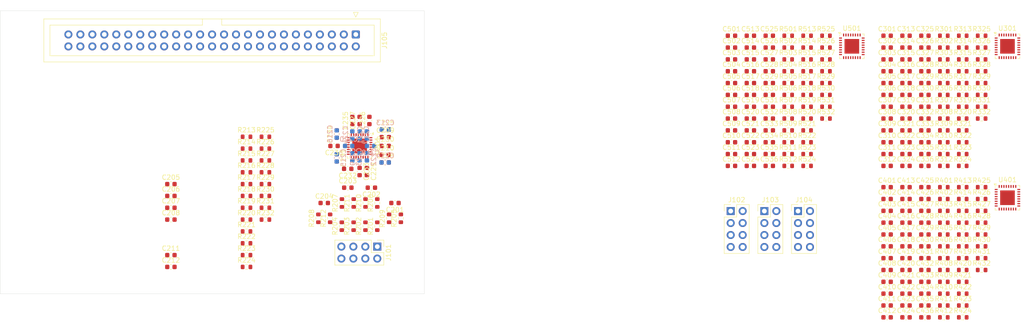
<source format=kicad_pcb>
(kicad_pcb (version 20241229) (generator "pcbnew") (generator_version "9.0")
  (layers (0 "F.Cu" signal) (2 "B.Cu" signal) (13 "F.Paste" user) (15 "B.Paste" user) (5 "F.SilkS" user "F.Silkscreen") (7 "B.SilkS" user "B.Silkscreen") (1 "F.Mask" user) (3 "B.Mask" user) (25 "Edge.Cuts" user))
  (net 0 "")
  (net 1 "Net-(C201-Pad1)")
  (net 2 "Net-(U201A-+)")
  (net 3 "Net-(U201B-+)")
  (net 4 "Net-(C202-Pad1)")
  (net 5 "Net-(U201C-+)")
  (net 6 "Net-(C203-Pad1)")
  (net 7 "Net-(U201D-+)")
  (net 8 "Net-(C204-Pad1)")
  (net 9 "GND")
  (net 10 "/Vref_0_7")
  (net 11 "+4V")
  (net 12 "-2V5")
  (net 13 "+2V5")
  (net 14 "Net-(U301A-+)")
  (net 15 "Net-(C301-Pad1)")
  (net 16 "Net-(C302-Pad1)")
  (net 17 "Net-(U301B-+)")
  (net 18 "Net-(U301C-+)")
  (net 19 "Net-(C303-Pad1)")
  (net 20 "Net-(U301D-+)")
  (net 21 "Net-(C304-Pad1)")
  (net 22 "Net-(U401A-+)")
  (net 23 "Net-(C401-Pad1)")
  (net 24 "Net-(C402-Pad1)")
  (net 25 "Net-(U401B-+)")
  (net 26 "Net-(C403-Pad1)")
  (net 27 "Net-(U401C-+)")
  (net 28 "Net-(U401D-+)")
  (net 29 "Net-(C404-Pad1)")
  (net 30 "/Vref_8_15")
  (net 31 "Net-(U501A-+)")
  (net 32 "Net-(C501-Pad1)")
  (net 33 "Net-(U501B-+)")
  (net 34 "Net-(C502-Pad1)")
  (net 35 "Net-(U501C-+)")
  (net 36 "Net-(C503-Pad1)")
  (net 37 "Net-(U501D-+)")
  (net 38 "Net-(C504-Pad1)")
  (net 39 "/D4_N")
  (net 40 "/D2_N")
  (net 41 "/D10_N")
  (net 42 "/D12_P")
  (net 43 "/D11_P")
  (net 44 "/D2_P")
  (net 45 "/D3_N")
  (net 46 "/D1_P")
  (net 47 "/D9_P")
  (net 48 "/D8_N")
  (net 49 "/D7_N")
  (net 50 "/D9_N")
  (net 51 "/D3_P")
  (net 52 "/D15_N")
  (net 53 "/D13_N")
  (net 54 "/D7_P")
  (net 55 "/D8_P")
  (net 56 "/D5_P")
  (net 57 "/D6_P")
  (net 58 "/D0_P")
  (net 59 "/D1_N")
  (net 60 "/D15_P")
  (net 61 "/D0_N")
  (net 62 "/D12_N")
  (net 63 "/D14_P")
  (net 64 "/D10_P")
  (net 65 "/D4_P")
  (net 66 "/D5_N")
  (net 67 "/D11_N")
  (net 68 "/D13_P")
  (net 69 "/D14_N")
  (net 70 "/D6_N")
  (net 71 "Net-(R201-Pad2)")
  (net 72 "/D0")
  (net 73 "Net-(R202-Pad2)")
  (net 74 "/D1")
  (net 75 "/D2")
  (net 76 "Net-(R203-Pad2)")
  (net 77 "/D3")
  (net 78 "Net-(R204-Pad2)")
  (net 79 "Net-(U201A-Q)")
  (net 80 "Net-(U201B-Q)")
  (net 81 "Net-(U201C-Q)")
  (net 82 "Net-(U201D-Q)")
  (net 83 "Net-(U201A-~{Q})")
  (net 84 "Net-(U201B-~{Q})")
  (net 85 "Net-(U201C-~{Q})")
  (net 86 "Net-(U201D-~{Q})")
  (net 87 "/D4")
  (net 88 "Net-(R301-Pad2)")
  (net 89 "Net-(R302-Pad2)")
  (net 90 "/D5")
  (net 91 "/D6")
  (net 92 "Net-(R303-Pad2)")
  (net 93 "Net-(R304-Pad2)")
  (net 94 "/D7")
  (net 95 "Net-(U301A-Q)")
  (net 96 "Net-(U301B-Q)")
  (net 97 "Net-(U301C-Q)")
  (net 98 "Net-(U301D-Q)")
  (net 99 "Net-(U301A-~{Q})")
  (net 100 "Net-(U301B-~{Q})")
  (net 101 "Net-(U301C-~{Q})")
  (net 102 "Net-(U301D-~{Q})")
  (net 103 "/D8")
  (net 104 "Net-(R401-Pad2)")
  (net 105 "/D9")
  (net 106 "Net-(R402-Pad2)")
  (net 107 "Net-(R403-Pad2)")
  (net 108 "/D10")
  (net 109 "Net-(R404-Pad2)")
  (net 110 "/D11")
  (net 111 "Net-(U401A-Q)")
  (net 112 "Net-(U401B-Q)")
  (net 113 "Net-(U401C-Q)")
  (net 114 "Net-(U401D-Q)")
  (net 115 "Net-(U401A-~{Q})")
  (net 116 "Net-(U401B-~{Q})")
  (net 117 "Net-(U401C-~{Q})")
  (net 118 "Net-(U401D-~{Q})")
  (net 119 "/D12")
  (net 120 "Net-(R501-Pad2)")
  (net 121 "Net-(R502-Pad2)")
  (net 122 "/D13")
  (net 123 "/D14")
  (net 124 "Net-(R503-Pad2)")
  (net 125 "Net-(R504-Pad2)")
  (net 126 "/D15")
  (net 127 "Net-(U501A-Q)")
  (net 128 "Net-(U501B-Q)")
  (net 129 "Net-(U501C-Q)")
  (net 130 "Net-(U501D-Q)")
  (net 131 "Net-(U501A-~{Q})")
  (net 132 "Net-(U501B-~{Q})")
  (net 133 "Net-(U501C-~{Q})")
  (net 134 "Net-(U501D-~{Q})")
  (footprint "Resistor_SMD:R_0603_1608Metric" (layer "F.Cu") (at 76.275 59.25)
    (property "Reference" "R230")
    (property "Value" "49R9")
  )
  (footprint "Capacitor_SMD:C_0603_1608Metric" (layer "F.Cu") (at 212.145 85)
    (property "Reference" "C424")
    (property "Value" "100n")
  )
  (footprint "Capacitor_SMD:C_0603_1608Metric" (layer "F.Cu") (at 216.155 32.8)
    (property "Reference" "C328")
    (property "Value" "10n")
  )
  (footprint "Capacitor_SMD:C_0603_1608Metric" (layer "F.Cu") (at 216.155 64.92)
    (property "Reference" "C428")
    (property "Value" "10n")
  )
  (footprint "Resistor_SMD:R_0603_1608Metric" (layer "F.Cu") (at 228.185 40.33)
    (property "Reference" "R331")
    (property "Value" "49R9")
  )
  (footprint "Resistor_SMD:R_0603_1608Metric" (layer "F.Cu") (at 220.165 37.82)
    (property "Reference" "R306")
    (property "Value" "497")
  )
  (footprint "Capacitor_SMD:C_0603_1608Metric" (layer "F.Cu") (at 216.155 47.86)
    (property "Reference" "C334")
    (property "Value" "10n")
  )
  (footprint "Capacitor_SMD:C_0603_1608Metric" (layer "F.Cu") (at 208.135 30.29)
    (property "Reference" "C303")
    (property "Value" "3.3p")
  )
  (footprint "Capacitor_SMD:C_0603_1608Metric" (layer "F.Cu") (at 101.675 52.15)
    (property "Reference" "C228")
    (property "Value" "10n")
  )
  (footprint "Resistor_SMD:R_0603_1608Metric" (layer "F.Cu") (at 228.185 64.92)
    (property "Reference" "R428")
    (property "Value" "49R9")
  )
  (footprint "Capacitor_SMD:C_0603_1608Metric" (layer "F.Cu") (at 208.135 32.8)
    (property "Reference" "C304")
    (property "Value" "3.3p")
  )
  (footprint "Resistor_SMD:R_0603_1608Metric" (layer "F.Cu") (at 72.265 66.78)
    (property "Reference" "R221")
    (property "Value" "10k")
  )
  (footprint "Resistor_SMD:R_0603_1608Metric" (layer "F.Cu") (at 220.165 32.8)
    (property "Reference" "R304")
    (property "Value" "300")
  )
  (footprint "Capacitor_SMD:C_0603_1608Metric" (layer "F.Cu") (at 212.145 42.84)
    (property "Reference" "C320")
    (property "Value" "100n")
  )
  (footprint "Resistor_SMD:R_0603_1608Metric" (layer "F.Cu") (at 224.175 25.27)
    (property "Reference" "R313")
    (property "Value" "10k")
  )
  (footprint "Resistor_SMD:R_0603_1608Metric" (layer "F.Cu") (at 76.275 46.7)
    (property "Reference" "R225")
    (property "Value" "49R9")
  )
  (footprint "Resistor_SMD:R_0603_1608Metric" (layer "F.Cu") (at 195.175 42.84)
    (property "Reference" "R532")
    (property "Value" "49R9")
  )
  (footprint "Resistor_SMD:R_0603_1608Metric" (layer "F.Cu") (at 220.165 67.43)
    (property "Reference" "R405")
    (property "Value" "497")
  )
  (footprint "Capacitor_SMD:C_0603_1608Metric" (layer "F.Cu") (at 183.145 47.86)
    (property "Reference" "C534")
    (property "Value" "10n")
  )
  (footprint "Resistor_SMD:R_0603_1608Metric" (layer "F.Cu") (at 228.185 35.31)
    (property "Reference" "R329")
    (property "Value" "49R9")
  )
  (footprint "Capacitor_SMD:C_0603_1608Metric" (layer "F.Cu") (at 183.145 30.29)
    (property "Reference" "C527")
    (property "Value" "10n")
  )
  (footprint "Resistor_SMD:R_0603_1608Metric" (layer "F.Cu") (at 87.5 64 90)
    (property "Reference" "R208")
    (property "Value" "497")
  )
  (footprint "Capacitor_SMD:C_0603_1608Metric" (layer "F.Cu") (at 212.145 45.35)
    (property "Reference" "C321")
    (property "Value" "100n")
  )
  (footprint "Capacitor_SMD:C_0603_1608Metric" (layer "F.Cu") (at 216.155 85)
    (property "Reference" "C436")
    (property "Value" "10n")
  )
  (footprint "Capacitor_SMD:C_0603_1608Metric" (layer "F.Cu") (at 90.825 48.65 180)
    (property "Reference" "C236")
    (property "Value" "10n")
  )
  (footprint "Capacitor_SMD:C_0603_1608Metric" (layer "F.Cu") (at 216.155 77.47)
    (property "Reference" "C433")
    (property "Value" "10n")
  )
  (footprint "Capacitor_SMD:C_0603_1608Metric" (layer "F.Cu") (at 56.225 71.8)
    (property "Reference" "C211")
    (property "Value" "10n")
  )
  (footprint "Resistor_SMD:R_0603_1608Metric" (layer "F.Cu") (at 220.165 52.88)
    (property "Reference" "R312")
    (property "Value" "90k8")
  )
  (footprint "Resistor_SMD:R_0603_1608Metric" (layer "F.Cu") (at 228.185 74.96)
    (property "Reference" "R432")
    (property "Value" "49R9")
  )
  (footprint "Resistor_SMD:R_0603_1608Metric" (layer "F.Cu") (at 224.175 52.88)
    (property "Reference" "R324")
    (property "Value" "10k")
  )
  (footprint "Capacitor_SMD:C_0603_1608Metric" (layer "F.Cu") (at 175.125 27.78)
    (property "Reference" "C502")
    (property "Value" "3.3p")
  )
  (footprint "Capacitor_SMD:C_0603_1608Metric" (layer "F.Cu") (at 212.145 64.92)
    (property "Reference" "C416")
    (property "Value" "100n")
  )
  (footprint "Connector_PinHeader_2.54mm:PinHeader_2x04_P2.54mm_Vertical" (layer "F.Cu") (at 182.1 62.46)
    (property "Reference" "J103")
    (property "Value" "Conn_02x04_Row_Letter_Last")
  )
  (footprint "Capacitor_SMD:C_0603_1608Metric" (layer "F.Cu") (at 208.135 25.27)
    (property "Reference" "C301")
    (property "Value" "3.3p")
  )
  (footprint "Resistor_SMD:R_0603_1608Metric" (layer "F.Cu") (at 72.265 64.27)
    (property "Reference" "R220")
    (property "Value" "10k")
  )
  (footprint "Capacitor_SMD:C_0603_1608Metric" (layer "F.Cu") (at 212.145 69.94)
    (property "Reference" "C418")
    (property "Value" "100n")
  )
  (footprint "Capacitor_SMD:C_0603_1608Metric" (layer "F.Cu") (at 208.135 77.47)
    (property "Reference" "C409")
    (property "Value" "10n")
  )
  (footprint "Resistor_SMD:R_0603_1608Metric" (layer "F.Cu") (at 228.185 57.39)
    (property "Reference" "R425")
    (property "Value" "49R9")
  )
  (footprint "Capacitor_SMD:C_0603_1608Metric" (layer "F.Cu") (at 212.145 35.31)
    (property "Reference" "C317")
    (property "Value" "100n")
  )
  (footprint "Capacitor_SMD:C_0603_1608Metric" (layer "F.Cu") (at 175.125 52.88)
    (property "Reference" "C512")
    (property "Value" "10n")
  )
  (footprint "Resistor_SMD:R_0603_1608Metric" (layer "F.Cu") (at 228.185 67.43)
    (property "Reference" "R429")
    (property "Value" "49R9")
  )
  (footprint "Capacitor_SMD:C_0603_1608Metric" (layer "F.Cu") (at 212.145 37.82)
    (property "Reference" "C318")
    (property "Value" "100n")
  )
  (footprint "Resistor_SMD:R_0603_1608Metric" (layer "F.Cu") (at 228.185 62.41)
    (property "Reference" "R427")
    (property "Value" "49R9")
  )
  (footprint "Capacitor_SMD:C_0603_1608Metric" (layer "F.Cu") (at 216.155 52.88)
    (property "Reference" "C336")
    (property "Value" "10n")
  )
  (footprint "Resistor_SMD:R_0603_1608Metric" (layer "F.Cu") (at 228.185 69.94)
    (property "Reference" "R430")
    (property "Value" "49R9")
  )
  (footprint "Capacitor_SMD:C_0603_1608Metric" (layer "F.Cu") (at 212.145 62.41)
    (property "Reference" "C415")
    (property "Value" "100n")
  )
  (footprint "Resistor_SMD:R_0603_1608Metric" (layer "F.Cu") (at 220.165 64.92)
    (property "Reference" "R404")
    (property "Value" "300")
  )
  (footprint "Resistor_SMD:R_0603_1608Metric" (layer "F.Cu") (at 220.165 45.35)
    (property "Reference" "R309")
    (property "Value" "90k8")
  )
  (footprint "Resistor_SMD:R_0603_1608Metric" (layer "F.Cu") (at 72.265 51.72)
    (property "Reference" "R215")
    (property "Value" "10k")
  )
  (footprint "Capacitor_SMD:C_0603_1608Metric" (layer "F.Cu") (at 56.225 56.74)
    (property "Reference" "C205")
    (property "Value" "27p")
  )
  (footprint "Resistor_SMD:R_0603_1608Metric" (layer "F.Cu") (at 224.175 59.9)
    (property "Reference" "R414")
    (property "Value" "10k")
  )
  (footprint "Resistor_SMD:R_0603_1608Metric" (layer "F.Cu") (at 224.175 85)
    (property "Reference" "R424")
    (property "Value" "10k")
  )
  (footprint "Capacitor_SMD:C_0603_1608Metric" (layer "F.Cu") (at 216.155 42.84)
    (property "Reference" "C332")
    (property "Value" "10n")
  )
  (footprint "Resistor_SMD:R_0603_1608Metric" (layer "F.Cu") (at 191.165 45.35)
    (property "Reference" "R521")
    (property "Value" "10k")
  )
  (footprint "Capacitor_SMD:C_0603_1608Metric" (layer "F.Cu") (at 183.145 37.82)
    (property "Reference" "C530")
    (property "Value" "10n")
  )
  (footprint "Capacitor_SMD:C_0603_1608Metric" (layer "F.Cu") (at 179.135 37.82)
    (property "Reference" "C518")
    (property "Value" "100n")
  )
  (footprint "Resistor_SMD:R_0603_1608Metric" (layer "F.Cu") (at 224.175 27.78)
    (property "Reference" "R314")
    (property "Value" "10k")
  )
  (footprint "Resistor_SMD:R_0603_1608Metric" (layer "F.Cu") (at 224.175 72.45)
    (property "Reference" "R419")
    (property "Value" "10k")
  )
  (footprint "Capacitor_SMD:C_0603_1608Metric" (layer "F.Cu") (at 208.135 69.94)
    (property "Reference" "C406")
    (property "Value" "27p")
  )
  (footprint "Capacitor_SMD:C_0603_1608Metric" (layer "F.Cu") (at 212.145 79.98)
    (property "Reference" "C422")
    (property "Value" "100n")
  )
  (footprint "Capacitor_SMD:C_0603_1608Metric" (layer "F.Cu") (at 175.125 40.33)
    (property "Reference" "C507")
    (property "Value" "27p")
  )
  (footprint "Resistor_SMD:R_0603_1608Metric" (layer "F.Cu") (at 92.47 65.675 90)
    (property "Reference" "R204")
    (property "Value" "300")
  )
  (footprint "Resistor_SMD:R_0603_1608Metric" (layer "F.Cu") (at 228.185 59.9)
    (property "Reference" "R426")
    (property "Value" "49R9")
  )
  (footprint "Connector_IDC:IDC-Header_2x25_P2.54mm_Vertical" (layer "F.Cu") (at 95.44 25 -90)
    (property "Reference" "J105")
    (property "Value" "Conn_02x25_Odd_Even")
  )
  (footprint "Resistor_SMD:R_0603_1608Metric" (layer "F.Cu") (at 76.275 64.27)
    (property "Reference" "R232")
    (property "Value" "49R9")
  )
  (footprint "Resistor_SMD:R_0603_1608Metric" (layer "F.Cu") (at 224.175 40.33)
    (property "Reference" "R319")
    (property "Value" "10k")
  )
  (footprint "Capacitor_SMD:C_0603_1608Metric" (layer "F.Cu") (at 91.4 51.175 -90)
    (property "Reference" "C231")
    (property "Value" "10n")
  )
  (footprint "Resistor_SMD:R_0603_1608Metric" (layer "F.Cu") (at 195.175 40.33)
    (property "Reference" "R531")
    (property "Value" "49R9")
  )
  (footprint "Resistor_SMD:R_0603_1608Metric" (layer "F.Cu") (at 195.175 25.27)
    (property "Reference" "R525")
    (property "Value" "49R9")
  )
  (footprint "Resistor_SMD:R_0603_1608Metric" (layer "F.Cu") (at 220.165 42.84)
    (property "Reference" "R308")
    (property "Value" "497")
  )
  (footprint "Capacitor_SMD:C_0603_1608Metric" (layer "F.Cu") (at 175.125 25.27)
    (property "Reference" "C501")
    (property "Value" "3.3p")
  )
  (footprint "Resistor_SMD:R_0603_1608Metric" (layer "F.Cu") (at 220.165 77.47)
    (property "Reference" "R409")
    (property "Value" "90k8")
  )
  (footprint "Capacitor_SMD:C_0603_1608Metric" (layer "F.Cu") (at 179.135 32.8)
    (property "Reference" "C516")
    (property "Value" "100n")
  )
  (footprint "Resistor_SMD:R_0603_1608Metric" (layer "F.Cu") (at 187.155 25.27)
    (property "Reference" "R501")
    (property "Value" "300")
  )
  (footprint "Capacitor_SMD:C_0603_1608Metric" (layer "F.Cu") (at 179.135 42.84)
    (property "Reference" "C520")
    (property "Value" "100n")
  )
  (footprint "Capacitor_SMD:C_0603_1608Metric" (layer "F.Cu") (at 212.145 27.78)
    (property "Reference" "C314")
    (property "Value" "100n")
  )
  (footprint "Resistor_SMD:R_0603_1608Metric" (layer "F.Cu") (at 72.265 56.74)
    (property "Reference" "R217")
    (property "Value" "10k")
  )
  (footprint "Resistor_SMD:R_0603_1608Metric" (layer "F.Cu") (at 224.175 35.31)
    (property "Reference" "R317")
    (property "Value" "10k")
  )
  (footprint "Capacitor_SMD:C_0603_1608Metric" (layer "F.Cu") (at 208.135 40.33)
    (property "Reference" "C307")
    (property "Value" "27p")
  )
  (footprint "Capacitor_SMD:C_0603_1608Metric" (layer "F.Cu") (at 179.135 35.31)
    (property "Reference" "C517")
    (property "Value" "100n")
  )
  (footprint "Resistor_SMD:R_0603_1608Metric" (layer "F.Cu") (at 220.165 62.41)
    (property "Reference" "R403")
    (property "Value" "300")
  )
  (footprint "Capacitor_SMD:C_0603_1608Metric" (layer "F.Cu") (at 216.155 35.31)
    (property "Reference" "C329")
    (property "Value" "10n")
  )
  (footprint "Resistor_SMD:R_0603_1608Metric" (layer "F.Cu") (at 195.175 35.31)
    (property "Reference" "R529")
    (property "Value" "49R9")
  )
  (footprint "Connector_PinHeader_2.54mm:PinHeader_2x04_P2.54mm_Vertical" (layer "F.Cu") (at 100 70 -90)
    (property "Reference" "J101")
    (property "Value" "Conn_02x04_Row_Letter_Last")
  )
  (footprint "Capacitor_SMD:C_0603_1608Metric" (layer "F.Cu") (at 208.135 72.45)
    (property "Reference" "C407")
    (property "Value" "27p")
  )
  (footprint "Capacitor_SMD:C_0603_1608Metric" (layer "F.Cu") (at 216.155 59.9)
    (property "Reference" "C426")
    (property "Value" "10n")
  )
  (footprint "Capacitor_SMD:C_0603_1608Metric" (layer "F.Cu") (at 103.75 60.75 180)
    (property "Reference" "C201")
    (property "Value" "3.3p")
  )
  (footprint "Capacitor_SMD:C_0603_1608Metric" (layer "F.Cu") (at 212.145 25.27)
    (property "Reference" "C313")
    (property "Value" "100n")
  )
  (footprint "Resistor_SMD:R_0603_1608Metric" (layer "F.Cu") (at 187.155 37.82)
    (property "Reference" "R506")
    (property "Value" "497")
  )
  (footprint "Resistor_SMD:R_0603_1608Metric" (layer "F.Cu") (at 195.175 32.8)
    (property "Reference" "R528")
    (property "Value" "49R9")
  )
  (footprint "Capacitor_SMD:C_0603_1608Metric" (layer "F.Cu") (at 98.325 43.25 90)
    (property "Reference" "C226")
    (property "Value" "10n")
  )
  (footprint "Capacitor_SMD:C_0603_1608Metric" (layer "F.Cu") (at 216.155 74.96)
    (property "Reference" "C432")
    (property "Value" "10n")
  )
  (footprint "Package_DFN_QFN:WQFN-32-1EP_5x5mm_P0.5mm_EP3.1x3.1mm" (layer "F.Cu") (at 96.25 48.65 -90)
    (property "Reference" "U201")
    (property "Value" "LMH7324")
  )
  (footprint "Capacitor_SMD:C_0603_1608Metric" (layer "F.Cu") (at 183.145 40.33)
    (property "Reference" "C531")
    (property "Value" "10n")
  )
  (footprint "Resistor_SMD:R_0603_1608Metric" (layer "F.Cu") (at 228.185 37.82)
    (property "Reference" "R330")
    (property "Value" "49R9")
  )
  (footprint "Capacitor_SMD:C_0603_1608Metric" (layer "F.Cu") (at 216.155 50.37)
    (property "Reference" "C335")
    (property "Value" "10n")
  )
  (footprint "Resistor_SMD:R_0603_1608Metric" (layer "F.Cu") (at 97.5 60.75 90)
    (property "Reference" "R210")
    (property "Value" "90k8")
  )
  (footprint "Connector_PinHeader_2.54mm:PinHeader_2x04_P2.54mm_Vertical" (layer "F.Cu") (at 189.24 62.46)
    (property "Reference" "J104")
    (property "Value" "Conn_02x04_Row_Letter_Last")
  )
  (footprint "Capacitor_SMD:C_0603_1608Metric" (layer "F.Cu") (at 212.145 32.8)
    (property "Reference" "C316")
    (property "Value" "100n")
  )
  (footprint "Capacitor_SMD:C_0603_1608Metric" (layer "F.Cu") (at 183.145 45.35)
    (property "Reference" "C533")
    (property "Value" "10n")
  )
  (footprint "Capacitor_SMD:C_0603_1608Metric" (layer "F.Cu") (at 179.135 47.86)
    (property "Reference" "C522")
    (property "Value" "100n")
  )
  (footprint "Resistor_SMD:R_0603_1608Metric" (layer "F.Cu") (at 220.165 82.49)
    (property "Reference" "R411")
    (property "Value" "90k8")
  )
  (footprint "Resistor_SMD:R_0603_1608Metric" (layer "F.Cu") (at 220.165 79.98)
    (property "Reference" "R410")
    (property "Value" "90k8")
  )
  (footprint "Capacitor_SMD:C_0603_1608Metric" (layer "F.Cu") (at 208.135 59.9)
    (property "Reference" "C402")
    (property "Value" "3.3p")
  )
  (footprint "Capacitor_SMD:C_0603_1608Metric" (layer "F.Cu") (at 175.125 45.35)
    (property "Reference" "C509")
    (property "Value" "10n")
  )
  (footprint "Resistor_SMD:R_0603_1608Metric" (layer "F.Cu") (at 228.185 30.29)
    (property "Reference" "R327")
    (property "Value" "49R9")
  )
  (footprint "Capacitor_SMD:C_0603_1608Metric" (layer "F.Cu") (at 96.25 54.075 -90)
    (property "Reference" "C233")
    (property "Value" "10n")
  )
  (footprint "Capacitor_SMD:C_0603_1608Metric" (layer "F.Cu") (at 183.145 42.84)
    (property "Reference" "C532")
    (property "Value" "10n")
  )
  (footprint "Capacitor_SMD:C_0603_1608Metric" (layer "F.Cu") (at 208.135 52.88)
    (property "Reference" "C312")
    (property "Value" "10n")
  )
  (footprint "Capacitor_SMD:C_0603_1608Metric" (layer "F.Cu") (at 212.145 74.96)
    (property "Reference" "C420")
    (property "Value" "100n")
  )
  (footprint "Capacitor_SMD:C_0603_1608Metric" (layer "F.Cu") (at 212.145 72.45)
    (property "Reference" "C419")
    (property "Value" "100n")
  )
  (footprint "Capacitor_SMD:C_0603_1608Metric" (layer "F.Cu") (at 212.145 52.88)
    (property "Reference" "C324")
    (property "Value" "100n")
  )
  (footprint "Capacitor_SMD:C_0603_1608Metric" (layer "F.Cu") (at 208.135 45.35)
    (property "Reference" "C309")
    (property "Value" "10n")
  )
  (footprint "Resistor_SMD:R_0603_1608Metric" (layer "F.Cu") (at 187.155 27.78)
    (property "Reference" "R502")
    (property "Value" "300")
  )
  (footprint "Capacitor_SMD:C_0603_1608Metric" (layer "F.Cu") (at 212.145 30.29)
    (property "Reference" "C315")
    (property "Value" "100n")
  )
  (footprint "Resistor_SMD:R_0603_1608Metric" (layer "F.Cu") (at 72.265 61.76)
    (property "Reference" "R219")
    (property "Value" "10k")
  )
  (footprint "Resistor_SMD:R_0603_1608Metric" (layer "F.Cu") (at 76.275 51.72)
    (property "Reference" "R227")
    (property "Value" "49R9")
  )
  (footprint "Capacitor_SMD:C_0603_1608Metric" (layer "F.Cu") (at 216.155 62.41)
    (property "Reference" "C427")
    (property "Value" "10n")
  )
  (footprint "Capacitor_SMD:C_0603_1608Metric" (layer "F.Cu") (at 93.75 57.5)
    (property "Reference" "C203")
    (property "Value" "3.3p")
  )
  (footprint "Resistor_SMD:R_0603_1608Metric" (layer "F.Cu") (at 220.165 35.31)
    (property "Reference" "R305")
    (property "Value" "497")
  )
  (footprint "Resistor_SMD:R_0603_1608Metric" (layer "F.Cu") (at 228.185 72.45)
    (property "Reference" "R431")
    (property "Value" "49R9")
  )
  (footprint "Resistor_SMD:R_0603_1608Metric" (layer "F.Cu") (at 95 60.75 90)
    (property "Reference" "R211")
    (property "Value" "90k8")
  )
  (footprint "Resistor_SMD:R_0603_1608Metric" (layer "F.Cu") (at 220.165 59.9)
    (property "Reference" "R402")
    (property "Value" "300")
  )
  (footprint "Capacitor_SMD:C_0603_1608Metric" (layer "F.Cu") (at 183.145 35.31)
    (property "Reference" "C529")
    (property "Value" "10n")
  )
  (footprint "Resistor_SMD:R_0603_1608Metric" (layer "F.Cu") (at 191.165 47.86)
    (property "Reference" "R522")
    (property "Value" "10k")
  )
  (footprint "Capacitor_SMD:C_0603_1608Metric" (layer "F.Cu") (at 175.125 50.37)
    (property "Reference" "C511")
    (property "Value" "10n")
  )
  (footprint "Capacitor_SMD:C_0603_1608Metric" (layer "F.Cu") (at 216.155 40.33)
    (property "Reference" "C331")
    (property "Value" "10n")
  )
  (footprint "Capacitor_SMD:C_0603_1608Metric" (layer "F.Cu") (at 216.155 30.29)
    (property "Reference" "C327")
    (property "Value" "10n")
  )
  (footprint "Resistor_SMD:R_0603_1608Metric" (layer "F.Cu") (at 76.275 54.23)
    (property "Reference" "R228")
    (property "Value" "49R9")
  )
  (footprint "Capacitor_SMD:C_0603_1608Metric" (layer "F.Cu") (at 212.145 67.43)
    (property "Reference" "C417")
    (property "Value" "100n")
  )
  (footprint "Resistor_SMD:R_0603_1608Metric" (layer "F.Cu") (at 224.175 47.86)
    (property "Reference" "R322")
    (property "Value" "10k")
  )
  (footprint "Capacitor_SMD:C_0603_1608Metric" (layer "F.Cu") (at 179.135 52.88)
    (property "Reference" "C524")
    (property "Value" "100n")
  )
  (footprint "Resistor_SMD:R_0603_1608Metric" (layer "F.Cu") (at 195.175 30.29)
    (property "Reference" "R527")
    (property "Value" "49R9")
  )
  (footprint "Package_DFN_QFN:WQFN-32-1EP_5x5mm_P0.5mm_EP3.1x3.1mm" (layer "F.Cu") (at 233.665 27.515)
    (property "Reference" "U301")
    (property "Value" "LMH7324")
  )
  (footprint "Capacitor_SMD:C_0603_1608Metric" (layer "F.Cu") (at 216.155 79.98)
    (property "Reference" "C434")
    (property "Value" "10n")
  )
  (footprint "Capacitor_SMD:C_0603_1608Metric" (layer "F.Cu") (at 98.75 57.5 180)
    (property "Reference" "C202")
    (property "Value" "3.3p")
  )
  (footprint "Capacitor_SMD:C_0603_1608Metric" (layer "F.Cu") (at 183.145 50.37)
    (property "Reference" "C535")
    (property "Value" "10n")
  )
  (footprint "Resistor_SMD:R_0603_1608Metric" (layer "F.Cu") (at 90 64 90)
    (property "Reference" "R212")
    (property "Value" "90k8")
  )
  (footprint "Capacitor_SMD:C_0603_1608Metric" (layer "F.Cu") (at 216.155 69.94)
    (property "Reference" "C430")
    (property "Value" "10n")
  )
  (footprint "Capacitor_SMD:C_0603_1608Metric" (layer "F.Cu") (at 56.225 59.25)
    (property "Reference" "C206")
    (property "Value" "27p")
  )
  (footprint "Resistor_SMD:R_0603_1608Metric" (layer "F.Cu") (at 92.5 60.75 90)
    (property "Reference" "R207")
    (property "Value" "497")
  )
  (footprint "Resistor_SMD:R_0603_1608Metric" (layer "F.Cu") (at 224.175 64.92)
    (property "Reference" "R416")
    (property "Value" "10k")
  )
  (footprint "Capacitor_SMD:C_0603_1608Metric" (layer "F.Cu") (at 101.7 46.775)
    (property "Reference" "C209")
    (property "Value" "10n")
  )
  (footprint "Resistor_SMD:R_0603_1608Metric" (layer "F.Cu") (at 220.165 57.39)
    (property "Reference" "R401")
    (property "Value" "300")
  )
  (footprint "Resistor_SMD:R_0603_1608Metric" (layer "F.Cu") (at 72.265 46.7)
    (property "Reference" "R213")
    (property "Value" "10k")
  )
  (footprint "Capacitor_SMD:C_0603_1608Metric" (layer "F.Cu") (at 56.225 64.27)
    (property "Reference" "C208")
    (property "Value" "27p")
  )
  (footprint "Resistor_SMD:R_0603_1608Metric" (layer "F.Cu") (at 224.175 57.39)
    (property "Reference" "R413")
    (property "Value" "10k")
  )
  (footprint "Resistor_SMD:R_0603_1608Metric" (layer "F.Cu") (at 195.175 37.82)
    (property "Reference" "R530")
    (property "Value" "49R9")
  )
  (footprint "Resistor_SMD:R_0603_1608Metric" (layer "F.Cu") (at 224.175 69.94)
    (property "Reference" "R418")
    (property "Value" "10k")
  )
  (footprint "Capacitor_SMD:C_0603_1608Metric" (layer "F.Cu") (at 97.8 54.075 -90)
    (property "Reference" "C229")
    (property "Value" "10n")
  )
  (footprint "Capacitor_SMD:C_0603_1608Metric" (layer "F.Cu") (at 216.155 25.27)
    (property "Reference" "C325")
    (property "Value" "10n")
  )
  (footprint "Resistor_SMD:R_0603_1608Metric" (layer "F.Cu") (at 228.185 42.84)
    (property "Reference" "R332")
    (property "Value" "49R9")
  )
  (footprint "Capacitor_SMD:C_0603_1608Metric" (layer "F.Cu") (at 88.75 60.75)
    (property "Reference" "C204")
    (property "Value" "3.3p")
  )
  (footprint "Resistor_SMD:R_0603_1608Metric" (layer "F.Cu") (at 187.155 42.84)
    (property "Reference" "R508")
    (property "Value" "497")
  )
  (footprint "Resistor_SMD:R_0603_1608Metric" (layer "F.Cu") (at 220.165 69.94)
    (property "Reference" "R406")
    (property "Value" "497")
  )
  (footprint "Capacitor_SMD:C_0603_1608Metric" (layer "F.Cu") (at 212.145 59.9)
    (property "Reference" "C414")
    (property "Value" "100n")
  )
  (footprint "Resistor_SMD:R_0603_1608Metric" (layer "F.Cu") (at 220.165 85)
    (property "Reference" "R412")
    (property "Value" "90k8")
  )
  (footprint "Resistor_SMD:R_0603_1608Metric" (layer "F.Cu") (at 224.175 37.82)
    (property "Reference" "R318")
    (property "Value" "10k")
  )
  (footprint "Capacitor_SMD:C_0603_1608Metric" (layer "F.Cu") (at 212.145 47.86)
    (property "Reference" "C322")
    (property "Value" "100n")
  )
  (footprint "Capacitor_SMD:C_0603_1608Metric" (layer "F.Cu") (at 216.155 82.49)
    (property "Reference" "C435")
    (property "Value" "10n")
  )
  (footprint "Capacitor_SMD:C_0603_1608Metric" (layer "F.Cu") (at 96.25 43.25 90)
    (property "Reference" "C227")
    (property "Value" "10n")
  )
  (footprint "Resistor_SMD:R_0603_1608Metric" (layer "F.Cu") (at 191.165 42.84)
    (property "Reference" "R520")
    (property "Value" "10k")
  )
  (footprint "Capacitor_SMD:C_0603_1608Metric" (layer "F.Cu") (at 212.145 82.49)
    (property "Reference" "C423")
    (property "Value" "100n")
  )
  (footprint "Capacitor_SMD:C_0603_1608Metric" (layer "F.Cu") (at 179.135 40.33)
    (property "Reference" "C519")
    (property "Value" "100n")
  )
  (footprint "Resistor_SMD:R_0603_1608Metric" (layer "F.Cu") (at 187.155 40.33)
    (property "Reference" "R507")
    (property "Value" "497")
  )
  (footprint "Resistor_SMD:R_0603_1608Metric" (layer "F.Cu") (at 224.175 32.8)
    (property "Reference" "R316")
    (property "Value" "10k")
  )
  (footprint "Resistor_SMD:R_0603_1608Metric" (layer "F.Cu") (at 100 65.675 90)
    (property "Reference" "R201")
    (property "Value" "300")
  )
  (footprint "Resistor_SMD:R_0603_1608Metric" (layer "F.Cu") (at 191.165 37.82)
    (property "Reference" "R518")
    (property "Value" "10k")
  )
  (footprint "Capacitor_SMD:C_0603_1608Metric" (layer "F.Cu") (at 175.125 37.82)
    (property "Reference" "C506")
    (property "Value" "27p")
  )
  (footprint "Capacitor_SMD:C_0603_1608Metric" (layer "F.Cu") (at 212.145 50.37)
    (property "Reference" "C323")
    (property "Value" "100n")
  )
  (footprint "Resistor_SMD:R_0603_1608Metric" (layer "F.Cu") (at 187.155 35.31)
    (property "Reference" "R505")
    (property "Value" "497")
  )
  (footprint "Capacitor_SMD:C_0603_1608Metric" (layer "F.Cu") (at 208.135 35.31)
    (property "Reference" "C305")
    (property "Value" "27p")
  )
  (footprint "Resistor_SMD:R_0603_1608Metric" (layer "F.Cu") (at 220.165 47.86)
    (property "Reference" "R310")
    (property "Value" "90k8")
  )
  (footprint "Capacitor_SMD:C_0603_1608Metric" (layer "F.Cu") (at 183.145 32.8)
    (property "Reference" "C528")
    (property "Value" "10n")
  )
  (footprint "Resistor_SMD:R_0603_1608Metric" (layer "F.Cu") (at 76.275 56.74)
    (property "Reference" "R229")
    (property "Value" "49R9")
  )
  (footprint "Resistor_SMD:R_0603_1608Metric" (layer "F.Cu") (at 224.175 82.49)
    (property "Reference" "R423")
    (property "Value" "10k")
  )
  (footprint "Capacitor_SMD:C_0603_1608Metric" (layer "F.Cu") (at 101.7 45.15)
    (property "Reference" "C225")
    (property "Value" "10n")
  )
  (footprint "Resistor_SMD:R_0603_1608Metric" (layer "F.Cu") (at 102.5 64 90)
    (property "Reference" "R209")
    (property "Value" "90k8")
  )
  (footprint "Capacitor_SMD:C_0603_1608Metric" (layer "F.Cu") (at 91.4 46.125 90)
    (property "Reference" "C234")
    (property "Value" "10n")
  )
  (footprint "Capacitor_SMD:C_0603_1608Metric" (layer "F.Cu") (at 175.125 42.84)
    (property "Reference" "C508")
    (property "Value" "27p")
  )
  (footprint "Capacitor_SMD:C_0603_1608Metric" (layer "F.Cu") (at 56.225 61.76)
    (property "Reference" "C207")
    (property "Value" "27p")
  )
  (footprint "Capacitor_SMD:C_0603_1608Metric" (layer "F.Cu") (at 216.155 57.39)
    (property "Reference" "C425")
    (property "Value" "10n")
  )
  (footprint "Resistor_SMD:R_0603_1608Metric" (layer "F.Cu") (at 187.155 50.37)
    (property "Reference" "R511")
    (property "Value" "90k8")
  )
  (footprint "Resistor_SMD:R_0603_1608Metric" (layer "F.Cu") (at 220.165 25.27)
    (property "Reference" "R301")
    (property "Value" "300")
  )
  (footprint "Capacitor_SMD:C_0603_1608Metric" (layer "F.Cu") (at 208.135 79.98)
    (property "Reference" "C410")
    (property "Value" "10n")
  )
  (footprint "Capacitor_SMD:C_0603_1608Metric" (layer "F.Cu") (at 208.135 47.86)
    (property "Reference" "C310")
    (property "Value" "10n")
  )
  (footprint "Resistor_SMD:R_0603_1608Metric" (layer "F.Cu") (at 228.185 25.27)
    (property "Reference" "R325")
    (property "Value" "49R9")
  )
  (footprint "Resistor_SMD:R_0603_1608Metric" (layer "F.Cu") (at 187.155 45.35)
    (property "Reference" "R509")
    (property "Value" "90k8")
  )
  (footprint "Capacitor_SMD:C_0603_1608Metric" (layer "F.Cu") (at 216.155 72.45)
    (property "Reference" "C431")
    (property "Value" "10n")
  )
  (footprint "Capacitor_SMD:C_0603_1608Metric" (layer "F.Cu") (at 208.135 50.37)
    (property "Reference" "C311")
    (property "Value" "10n")
  )
  (footprint "Capacitor_SMD:C_0603_1608Metric" (layer "F.Cu") (at 208.135 64.92)
    (property "Reference" "C404")
    (property "Value" "3.3p")
  )
  (footprint "Capacitor_SMD:C_0603_1608Metric" (layer "F.Cu") (at 183.145 25.27)
    (property "Reference" "C525")
    (property "Value" "10n")
  )
  (footprint "Capacitor_SMD:C_0603_1608Metric" (layer "F.Cu") (at 179.135 25.27)
    (property "Reference" "C513")
    (property "Value" "100n")
  )
  (footprint "Capacitor_SMD:C_0603_1608Metric" (layer "F.Cu") (at 208.135 27.78)
    (property "Reference" "C302")
    (property "Value" "3.3p")
  )
  (footprint "Resistor_SMD:R_0603_1608Metric" (layer "F.Cu") (at 224.175 62.41)
    (property "Reference" "R415")
    (property "Value" "10k")
  )
  (footprint "Connector_PinHeader_2.54mm:PinHeader_2x04_P2.54mm_Vertical" (layer "F.Cu") (at 174.96 62.46)
    (property "Reference" "J102")
    (property "Value" "Conn_02x04_Row_Letter_Last")
  )
  (footprint "Resistor_SMD:R_0603_1608Metric" (layer "F.Cu") (at 228.185 27.78)
    (property "Reference" "R326")
    (property "Value" "49R9")
  )
  (footprint "Resistor_SMD:R_0603_1608Metric" (layer "F.Cu") (at 191.165 35.31)
    (property "Reference" "R517")
    (property "Value" "10k")
  )
  (footprint "Capacitor_SMD:C_0603_1608Metric" (layer "F.Cu") (at 94.7 43.25 90)
    (property "Reference" "C235")
    (property "Value" "10n")
  )
  (footprint "Resistor_SMD:R_0603_1608Metric" (layer "F.Cu") (at 224.175 50.37)
    (property "Reference" "R323")
    (property "Value" "10k")
  )
  (footprint "Capacitor_SMD:C_0603_1608Metric" (layer "F.Cu") (at 212.145 77.47)
    (property "Reference" "C421")
    (property "Value" "100n")
  )
  (footprint "Capacitor_SMD:C_0603_1608Metric" (layer "F.Cu") (at 93.725 53.5 180)
    (property "Reference" "C232")
    (property "Value" "10n")
  )
  (footprint "Resistor_SMD:R_0603_1608Metric" (layer "F.Cu") (at 220.165 74.96)
    (property "Reference" "R408")
    (property "Value" "497")
  )
  (footprint "Capacitor_SMD:C_0603_1608Metric" (layer "F.Cu") (at 208.135 67.43)
    (property "Reference" "C405")
    (property "Value" "27p")
  )
  (footprint "Resistor_SMD:R_0603_1608Metric" (layer "F.Cu") (at 220.165 27.78)
    (property "Reference" "R302")
    (property "Value" "300")
  )
  (footprint "Resistor_SMD:R_0603_1608Metric" (layer "F.Cu") (at 191.165 40.33)
    (property "Reference" "R519")
    (property "Value" "10k")
  )
  (footprint "Package_DFN_QFN:WQFN-32-1EP_5x5mm_P0.5mm_EP3.1x3.1mm" (layer "F.Cu") (at 200.655 27.515)
    (property "Reference" "U501")
    (property "Value" "LMH7324")
  )
  (footprint "Capacitor_SMD:C_0603_1608Metric" (layer "F.Cu") (at 101.675 50.525)
    (property "Reference" "C210")
    (property "Value" "10n")
  )
  (footprint "Resistor_SMD:R_0603_1608Metric" (layer "F.Cu") (at 187.155 52.88)
    (property "Reference" "R512")
    (property "Value" "90k8")
  )
  (footprint "Resistor_SMD:R_0603_1608Metric" (layer "F.Cu") (at 224.175 30.29)
    (property "Reference" "R315")
    (property "Value" "10k")
  )
  (footprint "Resistor_SMD:R_0603_1608Metric" (layer "F.Cu") (at 187.155 32.8)
    (property "Reference" "R504")
    (property "Value" "300")
  )
  (footprint "Resistor_SMD:R_0603_1608Metric" (layer "F.Cu") (at 100 60.75 90)
    (property "Reference" "R206")
    (property "Value" "497")
  )
  (footprint "Resistor_SMD:R_0603_1608Metric" (layer "F.Cu") (at 187.155 30.29)
    (property "Reference" "R503")
    (property "Value" "300")
  )
  (footprint "Resistor_SMD:R_0603_1608Metric" (layer "F.Cu") (at 191.165 52.88)
    (property "Reference" "R524")
    (property "Value" "10k")
  )
  (footprint "Resistor_SMD:R_0603_1608Metric" (layer "F.Cu") (at 224.175 74.96)
    (property "Reference" "R420")
    (property "Value" "10k")
  )
  (footprint "Resistor_SMD:R_0603_1608Metric" (layer "F.Cu") (at 191.165 25.27)
    (property "Reference" "R513")
    (property "Value" "10k")
  )
  (footprint "Resistor_SMD:R_0603_1608Metric" (layer "F.Cu") (at 191.165 50.37)
    (property "Reference" "R523")
    (property "Value" "10k")
  )
  (footprint "Resistor_SMD:R_0603_1608Metric" (layer "F.Cu") (at 72.265 49.21)
    (property "Reference" "R214")
    (property "Value" "10k")
  )
  (footprint "Resistor_SMD:R_0603_1608Metric" (layer "F.Cu") (at 224.175 77.47)
    (property "Reference" "R421")
    (property "Value" "10k")
  )
  (footprint "Capacitor_SMD:C_0603_1608Metric" (layer "F.Cu") (at 101.675 48.65)
    (property "Reference" "C230")
    (property "Value" "10n")
  )
  (footprint "Resistor_SMD:R_0603_1608Metric" (layer "F.Cu") (at 224.175 45.35)
    (property "Reference" "R321")
    (property "Value" "10k")
  )
  (footprint "Resistor_SMD:R_0603_1608Metric" (layer "F.Cu") (at 105 64 90)
    (property "Reference" "R205")
    (property "Value" "497")
  )
  (footprint "Capacitor_SMD:C_0603_1608Metric" (layer "F.Cu") (at 212.145 40.33)
    (property "Reference" "C319")
    (property "Value" "100n")
  )
  (footprint "Capacitor_SMD:C_0603_1608Metric" (layer "F.Cu") (at 175.125 32.8)
    (property "Reference" "C504")
    (property "Value" "3.3p")
  )
  (footprint "Resistor_SMD:R_0603_1608Metric" (layer "F.Cu") (at 220.165 40.33)
    (property "Reference" "R307")
    (property "Value" "497")
  )
  (footprint "Resistor_SMD:R_0603_1608Metric" (layer "F.Cu") (at 76.275 49.21)
    (property "Reference" "R226")
    (property "Value" "49R9")
  )
  (footprint "Capacitor_SMD:C_0603_1608Metric" (layer "F.Cu") (at 56.225 74.31)
    (property "Reference" "C212")
    (property "Value" "10n")
  )
  (footprint "Resistor_SMD:R_0603_1608Metric" (layer "F.Cu") (at 228.185 32.8)
    (property "Reference" "R328")
    (property "Value" "49R9")
  )
  (footprint "Capacitor_SMD:C_0603_1608Metric" (layer "F.Cu") (at 183.145 27.78)
    (property "Reference" "C526")
    (property "Value" "10n")
  )
  (footprint "Resistor_SMD:R_0603_1608Metric" (layer "F.Cu") (at 220.165 72.45)
    (property "Reference" "R407")
    (property "Value" "497")
  )
  (footprint "Resistor_SMD:R_0603_1608Metric" (layer "F.Cu") (at 224.175 67.43)
    (property "Reference" "R417")
    (property "Value" "10k")
  )
  (footprint "Capacitor_SMD:C_0603_1608Metric" (layer "F.Cu") (at 216.155 27.78)
    (property "Reference" "C326")
    (property "Value" "10n")
  )
  (footprint "Capacitor_SMD:C_0603_1608Metric" (layer "F.Cu") (at 175.125 30.29)
    (property "Reference" "C503")
    (property "Value" "3.3p")
  )
  (footprint "Resistor_SMD:R_0603_1608Metric" (layer "F.Cu") (at 187.155 47.86)
    (property "Reference" "R510")
    (property "Value" "90k8")
  )
  (footprint "Package_DFN_QFN:WQFN-32-1EP_5x5mm_P0.5mm_EP3.1x3.1mm" (layer "F.Cu") (at 233.665 59.635)
    (property "Reference" "U401")
    (property "Value" "LMH7324")
  )
  (footprint "Capacitor_SMD:C_0603_1608Metric" (layer "F.Cu") (at 179.135 50.37)
    (property "Reference" "C523")
    (property "Value" "100n")
  )
  (footprint "Capacitor_SMD:C_0603_1608Metric" (layer "F.Cu") (at 183.145 52.88)
    (property "Reference" "C536")
    (property "Value" "10n")
  )
  (footprint "Capacitor_SMD:C_0603_1608Metric" (layer "F.Cu") (at 216.155 45.35)
    (property "Reference" "C333")
    (property "Value" "10n")
  )
  (footprint "Capacitor_SMD:C_0603_1608Metric" (layer "F.Cu") (at 216.155 67.43)
    (property "Reference" "C429")
    (property "Value" "10n")
  )
  (footprint "Resistor_SMD:R_0603_1608Metric" (layer "F.Cu") (at 72.265 54.23)
    (property "Reference" "R216")
    (property "Value" "10k")
  )
  (footprint "Capacitor_SMD:C_0603_1608Metric" (layer "F.Cu") (at 212.145 57.39)
    (property "Reference" "C413")
    (property "Value" "100n")
  )
  (footprint "Resistor_SMD:R_0603_1608Metric" (layer "F.Cu") (at 191.165 32.8)
    (property "Reference" "R516")
    (property "Value" "10k")
  )
  (footprint "Capacitor_SMD:C_0603_1608Metric" (layer "F.Cu") (at 179.135 30.29)
    (property "Reference" "C515")
    (property "Value" "100n")
  )
  (footprint "Capacitor_SMD:C_0603_1608Metric" (layer "F.Cu") (at 175.125 35.31)
    (property "Reference" "C505")
    (property "Value" "27p")
  )
  (footprint "Capacitor_SMD:C_0603_1608Metric" (layer "F.Cu") (at 179.135 27.78)
    (property "Reference" "C514")
    (property "Value" "100n")
  )
  (footprint "Resistor_SMD:R_0603_1608Metric" (layer "F.Cu") (at 94.98 65.675 90)
    (property "Reference" "R203")
    (property "Value" "300")
  )
  (footprint "Resistor_SMD:R_0603_1608Metric" (layer "F.Cu") (at 76.275 61.76)
    (property "Reference" "R231")
    (property "Value" "49R9")
  )
  (footprint "Capacitor_SMD:C_0603_1608Metric" (layer "F.Cu") (at 208.135 85)
    (property "Reference" "C412")
    (property "Value" "10n")
  )
  (footprint "Capacitor_SMD:C_0603_1608Metric" (layer "F.Cu") (at 208.135 42.84)
    (property "Reference" "C308")
    (property "Value" "27p")
  )
  (footprint "Resistor_SMD:R_0603_1608Metric" (layer "F.Cu") (at 72.265 71.8)
    (property "Reference" "R223")
    (property "Value" "10k")
  )
  (footprint "Resistor_SMD:R_0603_1608Metric" (layer "F.Cu") (at 72.265 69.29)
    (property "Reference" "R222")
    (property "Value" "10k")
  )
  (footprint "Capacitor_SMD:C_0603_1608Metric" (layer "F.Cu") (at 175.125 47.86)
    (property "Reference" "C510")
    (property "Value" "10n")
  )
  (footprint "Resistor_SMD:R_0603_1608Metric" (layer "F.Cu") (at 224.175 42.84)
    (property "Reference" "R320")
    (property "Value" "10k")
  )
  (footprint "Capacitor_SMD:C_0603_1608Metric" (layer "F.Cu") (at 208.135 62.41)
    (property "Reference" "C403")
    (property "Value" "3.3p")
  )
  (footprint "Resistor_SMD:R_0603_1608Metric" (layer "F.Cu") (at 72.265 59.25)
    (property "Reference" "R218")
    (property "Value" "10k")
  )
  (footprint "Capacitor_SMD:C_0603_1608Metric" (layer "F.Cu") (at 216.155 37.82)
    (property "Reference" "C330")
    (property "Value" "10n")
  )
  (footprint "Capacitor_SMD:C_0603_1608Metric" (layer "F.Cu") (at 208.135 37.82)
    (property "Reference" "C306")
    (property "Value" "27p")
  )
  (footprint "Capacitor_SMD:C_0603_1608Metric" (layer "F.Cu") (at 179.135 45.35)
    (property "Reference" "C521")
    (property "Value" "100n")
  )
  (footprint "Resistor_SMD:R_0603_1608Metric" (layer "F.Cu") (at 72.265 74.31)
    (property "Reference" "R224")
    (property "Value" "10k")
  )
  (footprint "Resistor_SMD:R_0603_1608Metric" (layer "F.Cu") (at 220.165 30.29)
    (property "Reference" "R303")
    (property "Value" "300")
  )
  (footprint "Resistor_SMD:R_0603_1608Metric" (layer "F.Cu") (at 191.165 30.29)
    (property "Reference" "R515")
    (property "Value" "10k")
  )
  (footprint "Capacitor_SMD:C_0603_1608Metric" (layer "F.Cu") (at 208.135 82.49)
    (property "Reference" "C411")
    (property "Value" "10n")
  )
  (footprint "Resistor_SMD:R_0603_1608Metric" (layer "F.Cu") (at 224.175 79.98)
    (property "Reference" "R422")
    (property "Value" "10k")
  )
  (footprint "Resistor_SMD:R_0603_1608Metric" (layer "F.Cu") (at 220.165 50.37)
    (property "Reference" "R311")
    (property "Value" "90k8")
  )
  (footprint "Resistor_SMD:R_0603_1608Metric" (layer "F.Cu") (at 97.49 65.675 90)
    (property "Reference" "R202")
    (property "Value" "300")
  )
  (footprint "Resistor_SMD:R_0603_1608Metric" (layer "F.Cu") (at 191.165 27.78)
    (property "Reference" "R514")
    (property "Value" "10k")
  )
  (footprint "Capacitor_SMD:C_0603_1608Metric" (layer "F.Cu") (at 208.135 74.96)
    (property "Reference" "C408")
    (property "Value" "27p")
  )
  (footprint "Resistor_SMD:R_0603_1608Metric" (layer "F.Cu") (at 195.175 27.78)
    (property "Reference" "R526")
    (property "Value" "49R9")
  )
  (footprint "Capacitor_SMD:C_0603_1608Metric" (layer "F.Cu") (at 208.135 57.39)
    (property "Reference" "C401")
    (property "Value" "3.3p")
  )
  (footprint "Capacitor_SMD:C_0603_1608Metric" (layer "B.Cu") (at 96.25 46.325 90)
    (property "Reference" "C217")
    (property "Value" "100n")
  )
  (footprint "Capacitor_SMD:C_0603_1608Metric" (layer "B.Cu") (at 96.25 50.95 -90)
    (property "Reference" "C219")
    (property "Value" "100n")
  )
  (footprint "Capacitor_SMD:C_0603_1608Metric" (layer "B.Cu") (at 93.925 48.65 180)
    (property "Reference" "C220")
    (property "Value" "100n")
  )
  (footprint "Capacitor_SMD:C_0603_1608Metric" (layer "B.Cu") (at 97.8 50.95 90)
    (property "Reference" "C222")
    (property "Value" "100n")
  )
  (footprint "Capacitor_SMD:C_0603_1608Metric" (layer "B.Cu") (at 101.675 52.15 180)
    (property "Reference" "C214")
    (property "Value" "100n")
  )
  (footprint "Capacitor_SMD:C_0603_1608Metric" (layer "B.Cu") (at 94.7 46.325 -90)
    (property "Reference" "C224")
    (property "Value" "100n")
  )
  (footprint "Capacitor_SMD:C_0603_1608Metric" (layer "B.Cu") (at 91.4 46.125 -90)
    (property "Reference" "C216")
    (property "Value" "100n")
  )
  (footprint "Capacitor_SMD:C_0603_1608Metric" (layer "B.Cu") (at 97.8 46.325 -90)
    (property "Reference" "C221")
    (property "Value" "100n")
  )
  (footprint "Capacitor_SMD:C_0603_1608Metric" (layer "B.Cu") (at 91.4 51.175 90)
    (property "Reference" "C215")
    (property "Value" "100n")
  )
  (footprint "Capacitor_SMD:C_0603_1608Metric" (layer "B.Cu") (at 101.7 45.15 180)
    (property "Reference" "C213")
    (property "Value" "100n")
  )
  (footprint "Capacitor_SMD:C_0603_1608Metric" (layer "B.Cu") (at 98.575 48.65)
    (property "Reference" "C218")
    (property "Value" "100n")
  )
  (footprint "Capacitor_SMD:C_0603_1608Metric" (layer "B.Cu") (at 94.7 50.95 90)
    (property "Reference" "C223")
    (property "Value" "100n")
  )
  (gr_rect (start 20 20) (end 110 80) (stroke (width 0.05)) (fill no) (layer "Edge.Cuts"))
)
</source>
